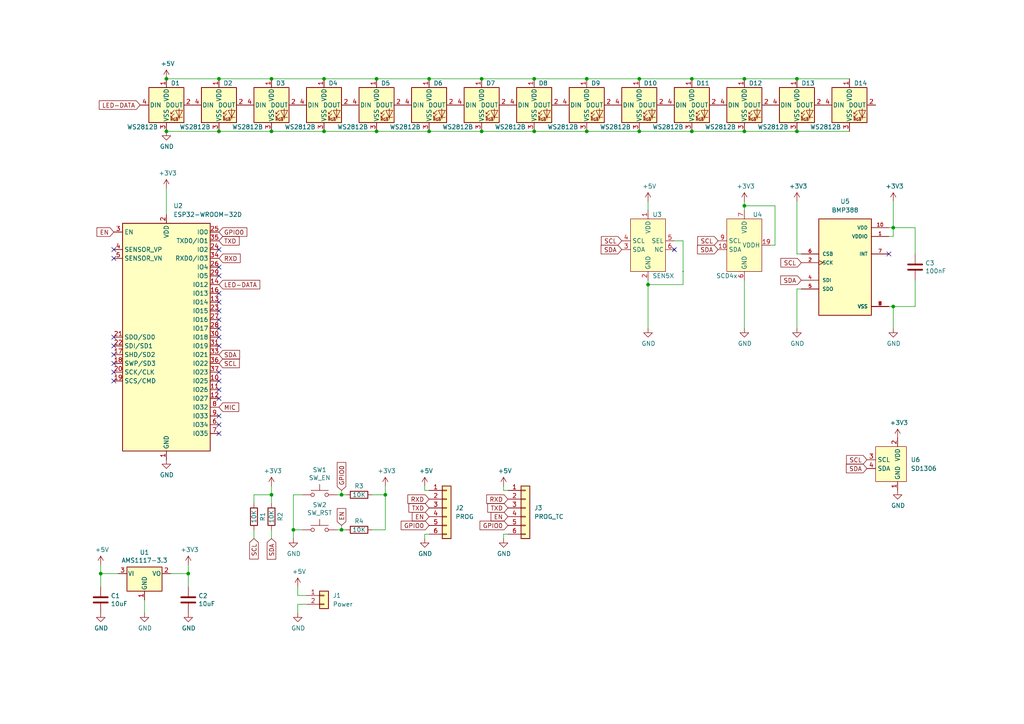
<source format=kicad_sch>
(kicad_sch (version 20211123) (generator eeschema)
  (paper "A4")
  (lib_symbols
    (symbol "BMP388:BMP388" (pin_names (offset 1.016))
      (property "Reference" "U" (at -7.62 15.2654 0))
      (property "Value" "BMP388" (at -7.62 -15.2654 0))
      (symbol "BMP388_0_0"
        (rectangle (start -7.62 -12.7) (end 7.62 15.24) (stroke (width 0.254)) (fill (type background)))
        (pin power_in line (at 12.7 10.16 180) (length 5.08) (name "VDDIO") (number "1"))
        (pin power_in line (at 12.7 12.7 180) (length 5.08) (name "VDD") (number "10"))
        (pin input clock (at -12.7 2.54 0) (length 5.08) (name "SCK") (number "2"))
        (pin power_in line (at 12.7 -10.16 180) (length 5.08) (name "VSS") (number "3"))
        (pin bidirectional line (at -12.7 -2.54 0) (length 5.08) (name "SDI") (number "4"))
        (pin bidirectional line (at -12.7 -5.08 0) (length 5.08) (name "SDO") (number "5"))
        (pin input line (at -12.7 5.08 0) (length 5.08) (name "CSB") (number "6"))
        (pin output line (at 12.7 5.08 180) (length 5.08) (name "INT") (number "7"))
        (pin power_in line (at 12.7 -10.16 180) (length 5.08) (name "VSS") (number "8"))
        (pin power_in line (at 12.7 -10.16 180) (length 5.08) (name "VSS") (number "9"))
      )
    )
    (symbol "Connector_Generic:Conn_01x02" (pin_names (offset 1.016) hide)
      (property "Reference" "J" (at 0 2.54 0))
      (property "Value" "Conn_01x02" (at 0 -5.08 0))
      (symbol "Conn_01x02_1_1"
        (rectangle (start -1.27 -2.413) (end 0 -2.667) (stroke (width 0.1524)))
        (rectangle (start -1.27 0.127) (end 0 -0.127) (stroke (width 0.1524)))
        (rectangle (start -1.27 1.27) (end 1.27 -3.81) (stroke (width 0.254)) (fill (type background)))
        (pin passive line (at -5.08 0 0) (length 3.81) (name "Pin_1") (number "1"))
        (pin passive line (at -5.08 -2.54 0) (length 3.81) (name "Pin_2") (number "2"))
      )
    )
    (symbol "Connector_Generic:Conn_01x06" (pin_names (offset 1.016) hide)
      (property "Reference" "J" (at 0 7.62 0))
      (property "Value" "Conn_01x06" (at 0 -10.16 0))
      (symbol "Conn_01x06_1_1"
        (rectangle (start -1.27 -7.493) (end 0 -7.747) (stroke (width 0.1524)))
        (rectangle (start -1.27 -4.953) (end 0 -5.207) (stroke (width 0.1524)))
        (rectangle (start -1.27 -2.413) (end 0 -2.667) (stroke (width 0.1524)))
        (rectangle (start -1.27 0.127) (end 0 -0.127) (stroke (width 0.1524)))
        (rectangle (start -1.27 2.667) (end 0 2.413) (stroke (width 0.1524)))
        (rectangle (start -1.27 5.207) (end 0 4.953) (stroke (width 0.1524)))
        (rectangle (start -1.27 6.35) (end 1.27 -8.89) (stroke (width 0.254)) (fill (type background)))
        (pin passive line (at -5.08 5.08 0) (length 3.81) (name "Pin_1") (number "1"))
        (pin passive line (at -5.08 2.54 0) (length 3.81) (name "Pin_2") (number "2"))
        (pin passive line (at -5.08 0 0) (length 3.81) (name "Pin_3") (number "3"))
        (pin passive line (at -5.08 -2.54 0) (length 3.81) (name "Pin_4") (number "4"))
        (pin passive line (at -5.08 -5.08 0) (length 3.81) (name "Pin_5") (number "5"))
        (pin passive line (at -5.08 -7.62 0) (length 3.81) (name "Pin_6") (number "6"))
      )
    )
    (symbol "Device:C" (pin_numbers hide) (pin_names (offset 0.254))
      (property "Reference" "C" (at 0.635 2.54 0))
      (property "Value" "C" (at 0.635 -2.54 0))
      (symbol "C_0_1"
        (polyline (pts (xy -2.032 -0.762) (xy 2.032 -0.762)) (stroke (width 0.508)))
        (polyline (pts (xy -2.032 0.762) (xy 2.032 0.762)) (stroke (width 0.508)))
      )
      (symbol "C_1_1"
        (pin passive line (at 0 3.81 270) (length 2.794) (name "~") (number "1"))
        (pin passive line (at 0 -3.81 90) (length 2.794) (name "~") (number "2"))
      )
    )
    (symbol "Device:R" (pin_numbers hide) (pin_names (offset 0))
      (property "Reference" "R" (at 2.032 0 90))
      (property "Value" "R" (at 0 0 90))
      (symbol "R_0_1"
        (rectangle (start -1.016 -2.54) (end 1.016 2.54) (stroke (width 0.254)))
      )
      (symbol "R_1_1"
        (pin passive line (at 0 3.81 270) (length 1.27) (name "~") (number "1"))
        (pin passive line (at 0 -3.81 90) (length 1.27) (name "~") (number "2"))
      )
    )
    (symbol "LED:WS2812B" (pin_names (offset 0.254))
      (property "Reference" "D" (at 5.08 5.715 0))
      (property "Value" "WS2812B" (at 1.27 -5.715 0))
      (symbol "WS2812B_0_0"
        (text "RGB" (at 2.286 -4.191 0) (effects (font (size 0.762 0.762))))
      )
      (symbol "WS2812B_0_1"
        (polyline (pts (xy 1.27 -3.556) (xy 1.778 -3.556)))
        (polyline (pts (xy 1.27 -2.54) (xy 1.778 -2.54)))
        (polyline (pts (xy 4.699 -3.556) (xy 2.667 -3.556)))
        (polyline (pts (xy 2.286 -2.54) (xy 1.27 -3.556) (xy 1.27 -3.048)))
        (polyline (pts (xy 2.286 -1.524) (xy 1.27 -2.54) (xy 1.27 -2.032)))
        (polyline (pts (xy 3.683 -1.016) (xy 3.683 -3.556) (xy 3.683 -4.064)))
        (polyline (pts (xy 4.699 -1.524) (xy 2.667 -1.524) (xy 3.683 -3.556) (xy 4.699 -1.524)))
        (rectangle (start 5.08 5.08) (end -5.08 -5.08) (stroke (width 0.254)) (fill (type background)))
      )
      (symbol "WS2812B_1_1"
        (pin power_in line (at 0 7.62 270) (length 2.54) (name "VDD") (number "1"))
        (pin output line (at 7.62 0 180) (length 2.54) (name "DOUT") (number "2"))
        (pin power_in line (at 0 -7.62 90) (length 2.54) (name "VSS") (number "3"))
        (pin input line (at -7.62 0 0) (length 2.54) (name "DIN") (number "4"))
      )
    )
    (symbol "RF_Module:ESP32-WROOM-32D"
      (property "Reference" "U" (at -12.7 34.29 0))
      (property "Value" "ESP32-WROOM-32D" (at 1.27 34.29 0))
      (symbol "ESP32-WROOM-32D_0_1"
        (rectangle (start -12.7 33.02) (end 12.7 -33.02) (stroke (width 0.254)) (fill (type background)))
      )
      (symbol "ESP32-WROOM-32D_1_1"
        (pin power_in line (at 0 -35.56 90) (length 2.54) (name "GND") (number "1"))
        (pin bidirectional line (at 15.24 -12.7 180) (length 2.54) (name "IO25") (number "10"))
        (pin bidirectional line (at 15.24 -15.24 180) (length 2.54) (name "IO26") (number "11"))
        (pin bidirectional line (at 15.24 -17.78 180) (length 2.54) (name "IO27") (number "12"))
        (pin bidirectional line (at 15.24 10.16 180) (length 2.54) (name "IO14") (number "13"))
        (pin bidirectional line (at 15.24 15.24 180) (length 2.54) (name "IO12") (number "14"))
        (pin passive line (at 0 -35.56 90) (length 2.54) hide (name "GND") (number "15"))
        (pin bidirectional line (at 15.24 12.7 180) (length 2.54) (name "IO13") (number "16"))
        (pin bidirectional line (at -15.24 -5.08 0) (length 2.54) (name "SHD/SD2") (number "17"))
        (pin bidirectional line (at -15.24 -7.62 0) (length 2.54) (name "SWP/SD3") (number "18"))
        (pin bidirectional line (at -15.24 -12.7 0) (length 2.54) (name "SCS/CMD") (number "19"))
        (pin power_in line (at 0 35.56 270) (length 2.54) (name "VDD") (number "2"))
        (pin bidirectional line (at -15.24 -10.16 0) (length 2.54) (name "SCK/CLK") (number "20"))
        (pin bidirectional line (at -15.24 0 0) (length 2.54) (name "SDO/SD0") (number "21"))
        (pin bidirectional line (at -15.24 -2.54 0) (length 2.54) (name "SDI/SD1") (number "22"))
        (pin bidirectional line (at 15.24 7.62 180) (length 2.54) (name "IO15") (number "23"))
        (pin bidirectional line (at 15.24 25.4 180) (length 2.54) (name "IO2") (number "24"))
        (pin bidirectional line (at 15.24 30.48 180) (length 2.54) (name "IO0") (number "25"))
        (pin bidirectional line (at 15.24 20.32 180) (length 2.54) (name "IO4") (number "26"))
        (pin bidirectional line (at 15.24 5.08 180) (length 2.54) (name "IO16") (number "27"))
        (pin bidirectional line (at 15.24 2.54 180) (length 2.54) (name "IO17") (number "28"))
        (pin bidirectional line (at 15.24 17.78 180) (length 2.54) (name "IO5") (number "29"))
        (pin input line (at -15.24 30.48 0) (length 2.54) (name "EN") (number "3"))
        (pin bidirectional line (at 15.24 0 180) (length 2.54) (name "IO18") (number "30"))
        (pin bidirectional line (at 15.24 -2.54 180) (length 2.54) (name "IO19") (number "31"))
        (pin no_connect line (at -12.7 -27.94 0) (length 2.54) hide (name "NC") (number "32"))
        (pin bidirectional line (at 15.24 -5.08 180) (length 2.54) (name "IO21") (number "33"))
        (pin bidirectional line (at 15.24 22.86 180) (length 2.54) (name "RXD0/IO3") (number "34"))
        (pin bidirectional line (at 15.24 27.94 180) (length 2.54) (name "TXD0/IO1") (number "35"))
        (pin bidirectional line (at 15.24 -7.62 180) (length 2.54) (name "IO22") (number "36"))
        (pin bidirectional line (at 15.24 -10.16 180) (length 2.54) (name "IO23") (number "37"))
        (pin passive line (at 0 -35.56 90) (length 2.54) hide (name "GND") (number "38"))
        (pin passive line (at 0 -35.56 90) (length 2.54) hide (name "GND") (number "39"))
        (pin input line (at -15.24 25.4 0) (length 2.54) (name "SENSOR_VP") (number "4"))
        (pin input line (at -15.24 22.86 0) (length 2.54) (name "SENSOR_VN") (number "5"))
        (pin input line (at 15.24 -25.4 180) (length 2.54) (name "IO34") (number "6"))
        (pin input line (at 15.24 -27.94 180) (length 2.54) (name "IO35") (number "7"))
        (pin bidirectional line (at 15.24 -20.32 180) (length 2.54) (name "IO32") (number "8"))
        (pin bidirectional line (at 15.24 -22.86 180) (length 2.54) (name "IO33") (number "9"))
      )
    )
    (symbol "Regulator_Linear:AMS1117-3.3" (pin_names (offset 0.254))
      (property "Reference" "U" (at -3.81 3.175 0))
      (property "Value" "AMS1117-3.3" (at 0 3.175 0))
      (symbol "AMS1117-3.3_0_1"
        (rectangle (start -5.08 -5.08) (end 5.08 1.905) (stroke (width 0.254)) (fill (type background)))
      )
      (symbol "AMS1117-3.3_1_1"
        (pin power_in line (at 0 -7.62 90) (length 2.54) (name "GND") (number "1"))
        (pin power_out line (at 7.62 0 180) (length 2.54) (name "VO") (number "2"))
        (pin power_in line (at -7.62 0 0) (length 2.54) (name "VI") (number "3"))
      )
    )
    (symbol "Switch:SW_Push" (pin_numbers hide) (pin_names (offset 1.016) hide)
      (property "Reference" "SW" (at 1.27 2.54 0))
      (property "Value" "SW_Push" (at 0 -1.524 0))
      (symbol "SW_Push_0_1"
        (circle (center -2.032 0) (radius 0.508))
        (polyline (pts (xy 0 1.27) (xy 0 3.048)))
        (polyline (pts (xy 2.54 1.27) (xy -2.54 1.27)))
        (circle (center 2.032 0) (radius 0.508))
        (pin passive line (at -5.08 0 0) (length 2.54) (name "1") (number "1"))
        (pin passive line (at 5.08 0 180) (length 2.54) (name "2") (number "2"))
      )
    )
    (symbol "custom:SCD4x"
      (property "Reference" "U" (at 5.08 10.16 0))
      (property "Value" "SCD4x" (at -5.08 -8.89 0))
      (symbol "SCD4x_0_1"
        (rectangle (start -5.08 7.62) (end 5.08 -7.62) (fill (type background)))
      )
      (symbol "SCD4x_1_1"
        (pin input line (at -7.62 -1.27 0) (length 2.54) (name "SDA") (number "10"))
        (pin input line (at 7.62 0 180) (length 2.54) (name "VDDH") (number "19"))
        (pin input line (at 0 -10.16 90) (length 2.54) hide (name "GND") (number "20"))
        (pin input line (at 0 -10.16 90) (length 2.54) hide (name "GND") (number "21"))
        (pin input line (at 0 -10.16 90) (length 2.54) (name "GND") (number "6"))
        (pin input line (at 0 10.16 270) (length 2.54) (name "VDD") (number "7"))
        (pin input line (at -7.62 1.27 0) (length 2.54) (name "SCL") (number "9"))
      )
    )
    (symbol "custom:SD1306"
      (property "Reference" "U" (at 0 6.35 0))
      (property "Value" "SD1306" (at 0 -6.35 0))
      (symbol "SD1306_0_1"
        (rectangle (start 0 -5.08) (end 8.89 5.08) (fill (type background)))
      )
      (symbol "SD1306_1_1"
        (pin input line (at 6.35 -7.62 90) (length 2.54) (name "GND") (number "1"))
        (pin input line (at 6.35 7.62 270) (length 2.54) (name "VDD") (number "2"))
        (pin input line (at -2.54 1.27 0) (length 2.54) (name "SCL") (number "3"))
        (pin input line (at -2.54 -1.27 0) (length 2.54) (name "SDA") (number "4"))
      )
    )
    (symbol "custom:SEN5X"
      (property "Reference" "U" (at 2.54 8.89 0))
      (property "Value" "SEN5X" (at 3.81 -8.89 0))
      (symbol "SEN5X_0_1"
        (rectangle (start -5.08 7.62) (end 5.08 -7.62) (fill (type background)))
        (rectangle (start 10.16 -7.62) (end 10.16 -7.62))
        (rectangle (start 10.16 -7.62) (end 10.16 -7.62))
        (rectangle (start 10.16 -7.62) (end 10.16 -7.62))
        (rectangle (start 10.16 -7.62) (end 10.16 -7.62))
        (rectangle (start 10.16 -7.62) (end 10.16 -7.62))
        (rectangle (start 10.16 -7.62) (end 10.16 -7.62))
        (rectangle (start 10.16 -7.62) (end 10.16 -7.62))
        (rectangle (start 10.16 -7.62) (end 10.16 -7.62))
        (rectangle (start 10.16 -7.62) (end 10.16 -7.62))
        (rectangle (start 10.16 -7.62) (end 10.16 -7.62))
        (rectangle (start 10.16 -7.62) (end 10.16 -7.62))
        (rectangle (start 10.16 -7.62) (end 10.16 -7.62))
      )
      (symbol "SEN5X_1_1"
        (pin input line (at 0 10.16 270) (length 2.54) (name "VDD") (number "1"))
        (pin input line (at 0 -10.16 90) (length 2.54) (name "GND") (number "2"))
        (pin input line (at -7.62 -1.27 0) (length 2.54) (name "SDA") (number "3"))
        (pin input line (at -7.62 1.27 0) (length 2.54) (name "SCL") (number "4"))
        (pin input line (at 7.62 1.27 180) (length 2.54) (name "SEL") (number "5"))
        (pin no_connect line (at 7.62 -1.27 180) (length 2.54) (name "NC") (number "6"))
      )
    )
    (symbol "power:+3.3V" (power) (pin_names (offset 0))
      (property "Value" "+3.3V" (at 0 3.556 0))
      (symbol "+3.3V_0_1"
        (polyline (pts (xy -0.762 1.27) (xy 0 2.54)))
        (polyline (pts (xy 0 0) (xy 0 2.54)))
        (polyline (pts (xy 0 2.54) (xy 0.762 1.27)))
      )
      (symbol "+3.3V_1_1"
        (pin power_in line (at 0 0 90) (length 0) hide (name "+3V3") (number "1"))
      )
    )
    (symbol "power:+5V" (power) (pin_names (offset 0))
      (property "Value" "+5V" (at 0 3.556 0))
      (symbol "+5V_0_1"
        (polyline (pts (xy -0.762 1.27) (xy 0 2.54)))
        (polyline (pts (xy 0 0) (xy 0 2.54)))
        (polyline (pts (xy 0 2.54) (xy 0.762 1.27)))
      )
      (symbol "+5V_1_1"
        (pin power_in line (at 0 0 90) (length 0) hide (name "+5V") (number "1"))
      )
    )
    (symbol "power:GND" (power) (pin_names (offset 0))
      (property "Value" "GND" (at 0 -3.81 0))
      (symbol "GND_0_1"
        (polyline (pts (xy 0 0) (xy 0 -1.27) (xy 1.27 -1.27) (xy 0 -2.54) (xy -1.27 -1.27) (xy 0 -1.27)))
      )
      (symbol "GND_1_1"
        (pin power_in line (at 0 0 270) (length 0) hide (name "GND") (number "1"))
      )
    )
  )
  (junction (at 154.94 22.86))
  (junction (at 154.94 38.1))
  (junction (at 78.74 38.1))
  (junction (at 215.9 38.1))
  (junction (at 259.08 66.04))
  (junction (at 187.96 82.55))
  (junction (at 29.21 166.37))
  (junction (at 170.18 22.86))
  (junction (at 231.14 22.86))
  (junction (at 85.09 153.67))
  (junction (at 259.08 88.9))
  (junction (at 200.66 22.86))
  (junction (at 215.9 22.86))
  (junction (at 48.26 22.86))
  (junction (at 185.42 38.1))
  (junction (at 54.61 166.37))
  (junction (at 139.7 38.1))
  (junction (at 48.26 38.1))
  (junction (at 231.14 38.1))
  (junction (at 109.22 38.1))
  (junction (at 109.22 22.86))
  (junction (at 99.06 153.67))
  (junction (at 63.5 38.1))
  (junction (at 78.74 143.51))
  (junction (at 170.18 38.1))
  (junction (at 124.46 22.86))
  (junction (at 124.46 38.1))
  (junction (at 99.06 143.51))
  (junction (at 93.98 38.1))
  (junction (at 200.66 38.1))
  (junction (at 93.98 22.86))
  (junction (at 78.74 22.86))
  (junction (at 63.5 22.86))
  (junction (at 185.42 22.86))
  (junction (at 139.7 22.86))
  (junction (at 111.76 143.51))
  (junction (at 215.9 59.69))
  (no_connect (at 63.5 72.39))
  (no_connect (at 63.5 80.01))
  (no_connect (at 63.5 77.47))
  (no_connect (at 63.5 113.03))
  (no_connect (at 63.5 110.49))
  (no_connect (at 63.5 107.95))
  (no_connect (at 33.02 72.39))
  (no_connect (at 33.02 74.93))
  (no_connect (at 33.02 97.79))
  (no_connect (at 33.02 100.33))
  (no_connect (at 33.02 102.87))
  (no_connect (at 33.02 105.41))
  (no_connect (at 33.02 107.95))
  (no_connect (at 33.02 110.49))
  (no_connect (at 63.5 87.63))
  (no_connect (at 63.5 85.09))
  (no_connect (at 63.5 125.73))
  (no_connect (at 63.5 123.19))
  (no_connect (at 63.5 120.65))
  (no_connect (at 63.5 115.57))
  (no_connect (at 63.5 100.33))
  (no_connect (at 63.5 97.79))
  (no_connect (at 63.5 95.25))
  (no_connect (at 63.5 92.71))
  (no_connect (at 63.5 90.17))
  (no_connect (at 257.81 73.66))
  (no_connect (at 195.58 72.39))
  (wire (pts (xy 265.43 66.04) (xy 259.08 66.04)))
  (wire (pts (xy 265.43 73.66) (xy 265.43 66.04)))
  (wire (pts (xy 78.74 146.05) (xy 78.74 143.51)))
  (wire (pts (xy 231.14 95.25) (xy 231.14 83.82)))
  (wire (pts (xy 86.36 175.26) (xy 88.9 175.26)))
  (wire (pts (xy 54.61 163.83) (xy 54.61 166.37)))
  (wire (pts (xy 111.76 153.67) (xy 111.76 143.51)))
  (wire (pts (xy 259.08 88.9) (xy 259.08 95.25)))
  (wire (pts (xy 29.21 170.18) (xy 29.21 166.37)))
  (wire (pts (xy 198.12 69.85) (xy 198.12 82.55)))
  (wire (pts (xy 99.06 143.51) (xy 100.33 143.51)))
  (wire (pts (xy 215.9 58.42) (xy 215.9 59.69)))
  (wire (pts (xy 88.9 172.72) (xy 86.36 172.72)))
  (wire (pts (xy 231.14 58.42) (xy 231.14 73.66)))
  (wire (pts (xy 123.19 154.94) (xy 124.46 154.94)))
  (wire (pts (xy 215.9 81.28) (xy 215.9 95.25)))
  (wire (pts (xy 41.91 173.99) (xy 41.91 177.8)))
  (wire (pts (xy 146.05 154.94) (xy 147.32 154.94)))
  (wire (pts (xy 78.74 156.21) (xy 78.74 153.67)))
  (wire (pts (xy 154.94 22.86) (xy 170.18 22.86)))
  (wire (pts (xy 124.46 142.24) (xy 123.19 142.24)))
  (wire (pts (xy 54.61 170.18) (xy 54.61 166.37)))
  (wire (pts (xy 85.09 153.67) (xy 87.63 153.67)))
  (wire (pts (xy 257.81 66.04) (xy 259.08 66.04)))
  (wire (pts (xy 97.79 153.67) (xy 99.06 153.67)))
  (wire (pts (xy 48.26 22.86) (xy 63.5 22.86)))
  (wire (pts (xy 223.52 71.12) (xy 224.79 71.12)))
  (wire (pts (xy 78.74 22.86) (xy 93.98 22.86)))
  (wire (pts (xy 29.21 166.37) (xy 34.29 166.37)))
  (wire (pts (xy 97.79 143.51) (xy 99.06 143.51)))
  (wire (pts (xy 78.74 143.51) (xy 78.74 140.97)))
  (wire (pts (xy 154.94 38.1) (xy 170.18 38.1)))
  (wire (pts (xy 109.22 22.86) (xy 124.46 22.86)))
  (wire (pts (xy 63.5 38.1) (xy 78.74 38.1)))
  (wire (pts (xy 198.12 82.55) (xy 187.96 82.55)))
  (wire (pts (xy 231.14 73.66) (xy 232.41 73.66)))
  (wire (pts (xy 259.08 58.42) (xy 259.08 66.04)))
  (wire (pts (xy 123.19 142.24) (xy 123.19 140.97)))
  (wire (pts (xy 85.09 156.21) (xy 85.09 153.67)))
  (wire (pts (xy 224.79 71.12) (xy 224.79 59.69)))
  (wire (pts (xy 231.14 83.82) (xy 232.41 83.82)))
  (wire (pts (xy 93.98 38.1) (xy 109.22 38.1)))
  (wire (pts (xy 48.26 38.1) (xy 63.5 38.1)))
  (wire (pts (xy 195.58 69.85) (xy 198.12 69.85)))
  (wire (pts (xy 231.14 22.86) (xy 246.38 22.86)))
  (wire (pts (xy 49.53 166.37) (xy 54.61 166.37)))
  (wire (pts (xy 170.18 38.1) (xy 185.42 38.1)))
  (wire (pts (xy 86.36 172.72) (xy 86.36 170.18)))
  (wire (pts (xy 63.5 22.86) (xy 78.74 22.86)))
  (wire (pts (xy 107.95 143.51) (xy 111.76 143.51)))
  (wire (pts (xy 111.76 143.51) (xy 111.76 140.97)))
  (wire (pts (xy 99.06 152.4) (xy 99.06 153.67)))
  (wire (pts (xy 73.66 156.21) (xy 73.66 153.67)))
  (wire (pts (xy 139.7 22.86) (xy 154.94 22.86)))
  (wire (pts (xy 139.7 38.1) (xy 154.94 38.1)))
  (wire (pts (xy 123.19 156.21) (xy 123.19 154.94)))
  (wire (pts (xy 86.36 177.8) (xy 86.36 175.26)))
  (wire (pts (xy 124.46 38.1) (xy 139.7 38.1)))
  (wire (pts (xy 99.06 153.67) (xy 100.33 153.67)))
  (wire (pts (xy 73.66 143.51) (xy 78.74 143.51)))
  (wire (pts (xy 187.96 81.28) (xy 187.96 82.55)))
  (wire (pts (xy 257.81 68.58) (xy 259.08 68.58)))
  (wire (pts (xy 231.14 38.1) (xy 246.38 38.1)))
  (wire (pts (xy 146.05 156.21) (xy 146.05 154.94)))
  (wire (pts (xy 109.22 38.1) (xy 124.46 38.1)))
  (wire (pts (xy 215.9 22.86) (xy 231.14 22.86)))
  (wire (pts (xy 170.18 22.86) (xy 185.42 22.86)))
  (wire (pts (xy 93.98 22.86) (xy 109.22 22.86)))
  (wire (pts (xy 48.26 62.23) (xy 48.26 54.61)))
  (wire (pts (xy 29.21 166.37) (xy 29.21 163.83)))
  (wire (pts (xy 187.96 82.55) (xy 187.96 95.25)))
  (wire (pts (xy 259.08 68.58) (xy 259.08 66.04)))
  (wire (pts (xy 87.63 143.51) (xy 85.09 143.51)))
  (wire (pts (xy 265.43 81.28) (xy 265.43 88.9)))
  (wire (pts (xy 200.66 22.86) (xy 215.9 22.86)))
  (wire (pts (xy 187.96 58.42) (xy 187.96 60.96)))
  (wire (pts (xy 265.43 88.9) (xy 259.08 88.9)))
  (wire (pts (xy 200.66 38.1) (xy 215.9 38.1)))
  (wire (pts (xy 99.06 142.24) (xy 99.06 143.51)))
  (wire (pts (xy 78.74 38.1) (xy 93.98 38.1)))
  (wire (pts (xy 107.95 153.67) (xy 111.76 153.67)))
  (wire (pts (xy 147.32 142.24) (xy 146.05 142.24)))
  (wire (pts (xy 257.81 88.9) (xy 259.08 88.9)))
  (wire (pts (xy 73.66 146.05) (xy 73.66 143.51)))
  (wire (pts (xy 185.42 38.1) (xy 200.66 38.1)))
  (wire (pts (xy 215.9 38.1) (xy 231.14 38.1)))
  (wire (pts (xy 124.46 22.86) (xy 139.7 22.86)))
  (wire (pts (xy 215.9 59.69) (xy 215.9 60.96)))
  (wire (pts (xy 185.42 22.86) (xy 200.66 22.86)))
  (wire (pts (xy 224.79 59.69) (xy 215.9 59.69)))
  (wire (pts (xy 146.05 142.24) (xy 146.05 140.97)))
  (wire (pts (xy 85.09 143.51) (xy 85.09 153.67)))
  (global_label "SCL" (shape input) (at 180.34 69.85 180) (property "Intersheet References" "${INTERSHEET_REFS}" (effects hide)))
  (global_label "EN" (shape input) (at 124.46 149.86 180) (property "Intersheet References" "${INTERSHEET_REFS}" (effects hide)))
  (global_label "RXD" (shape input) (at 63.5 74.93 0) (property "Intersheet References" "${INTERSHEET_REFS}" (effects hide)))
  (global_label "SCL" (shape input) (at 251.46 133.35 180) (property "Intersheet References" "${INTERSHEET_REFS}" (effects hide)))
  (global_label "GPIO0" (shape input) (at 147.32 152.4 180) (property "Intersheet References" "${INTERSHEET_REFS}" (effects hide)))
  (global_label "SDA" (shape input) (at 78.74 156.21 270) (property "Intersheet References" "${INTERSHEET_REFS}" (effects hide)))
  (global_label "SCL" (shape input) (at 73.66 156.21 270) (property "Intersheet References" "${INTERSHEET_REFS}" (effects hide)))
  (global_label "SDA" (shape input) (at 251.46 135.89 180) (property "Intersheet References" "${INTERSHEET_REFS}" (effects hide)))
  (global_label "RXD" (shape input) (at 124.46 144.78 180) (property "Intersheet References" "${INTERSHEET_REFS}" (effects hide)))
  (global_label "TXD" (shape input) (at 124.46 147.32 180) (property "Intersheet References" "${INTERSHEET_REFS}" (effects hide)))
  (global_label "SDA" (shape input) (at 208.28 72.39 180) (property "Intersheet References" "${INTERSHEET_REFS}" (effects hide)))
  (global_label "GPIO0" (shape input) (at 63.5 67.31 0) (property "Intersheet References" "${INTERSHEET_REFS}" (effects hide)))
  (global_label "TXD" (shape input) (at 147.32 147.32 180) (property "Intersheet References" "${INTERSHEET_REFS}" (effects hide)))
  (global_label "SCL" (shape input) (at 63.5 105.41 0) (property "Intersheet References" "${INTERSHEET_REFS}" (effects hide)))
  (global_label "SCL" (shape input) (at 232.41 76.2 180) (property "Intersheet References" "${INTERSHEET_REFS}" (effects hide)))
  (global_label "EN" (shape input) (at 147.32 149.86 180) (property "Intersheet References" "${INTERSHEET_REFS}" (effects hide)))
  (global_label "MIC" (shape input) (at 63.5 118.11 0) (property "Intersheet References" "${INTERSHEET_REFS}" (effects hide)))
  (global_label "LED-DATA" (shape input) (at 63.5 82.55 0) (property "Intersheet References" "${INTERSHEET_REFS}" (effects hide)))
  (global_label "SDA" (shape input) (at 63.5 102.87 0) (property "Intersheet References" "${INTERSHEET_REFS}" (effects hide)))
  (global_label "SDA" (shape input) (at 232.41 81.28 180) (property "Intersheet References" "${INTERSHEET_REFS}" (effects hide)))
  (global_label "TXD" (shape input) (at 63.5 69.85 0) (property "Intersheet References" "${INTERSHEET_REFS}" (effects hide)))
  (global_label "GPIO0" (shape input) (at 99.06 142.24 90) (property "Intersheet References" "${INTERSHEET_REFS}" (effects hide)))
  (global_label "EN" (shape input) (at 33.02 67.31 180) (property "Intersheet References" "${INTERSHEET_REFS}" (effects hide)))
  (global_label "LED-DATA" (shape input) (at 40.64 30.48 180) (property "Intersheet References" "${INTERSHEET_REFS}" (effects hide)))
  (global_label "EN" (shape input) (at 99.06 152.4 90) (property "Intersheet References" "${INTERSHEET_REFS}" (effects hide)))
  (global_label "SCL" (shape input) (at 208.28 69.85 180) (property "Intersheet References" "${INTERSHEET_REFS}" (effects hide)))
  (global_label "SDA" (shape input) (at 180.34 72.39 180) (property "Intersheet References" "${INTERSHEET_REFS}" (effects hide)))
  (global_label "RXD" (shape input) (at 147.32 144.78 180) (property "Intersheet References" "${INTERSHEET_REFS}" (effects hide)))
  (global_label "GPIO0" (shape input) (at 124.46 152.4 180) (property "Intersheet References" "${INTERSHEET_REFS}" (effects hide)))
  (symbol (lib_id "LED:WS2812B") (at 48.26 30.48 0) (unit 1)
    (property "Reference" "D1" (at 49.53 24.13 0) (effects (justify left)))
    (property "Value" "WS2812B" (at 36.83 36.83 0) (effects (justify left)))
    (property "Footprint" "LED_SMD:LED_WS2812B_PLCC4_5.0x5.0mm_P3.2mm" (effects hide))
    (property "Datasheet" "https://cdn-shop.adafruit.com/datasheets/WS2812B.pdf" (effects hide))
    (property "JLC" "SMD,5x5mm" (effects hide))
    (property "LCSC" "C2761795" (effects hide))
  )
  (symbol (lib_id "LED:WS2812B") (at 63.5 30.48 0) (unit 1)
    (property "Reference" "D2" (at 64.77 24.13 0) (effects (justify left)))
    (property "Value" "WS2812B" (at 52.07 36.83 0) (effects (justify left)))
    (property "Footprint" "LED_SMD:LED_WS2812B_PLCC4_5.0x5.0mm_P3.2mm" (effects hide))
    (property "Datasheet" "https://cdn-shop.adafruit.com/datasheets/WS2812B.pdf" (effects hide))
    (property "JLC" "SMD,5x5mm" (effects hide))
    (property "LCSC" "C2761795" (effects hide))
  )
  (symbol (lib_id "LED:WS2812B") (at 78.74 30.48 0) (unit 1)
    (property "Reference" "D3" (at 80.01 24.13 0) (effects (justify left)))
    (property "Value" "WS2812B" (at 67.31 36.83 0) (effects (justify left)))
    (property "Footprint" "LED_SMD:LED_WS2812B_PLCC4_5.0x5.0mm_P3.2mm" (effects hide))
    (property "Datasheet" "https://cdn-shop.adafruit.com/datasheets/WS2812B.pdf" (effects hide))
    (property "JLC" "SMD,5x5mm" (effects hide))
    (property "LCSC" "C2761795" (effects hide))
  )
  (symbol (lib_id "LED:WS2812B") (at 93.98 30.48 0) (unit 1)
    (property "Reference" "D4" (at 95.25 24.13 0) (effects (justify left)))
    (property "Value" "WS2812B" (at 82.55 36.83 0) (effects (justify left)))
    (property "Footprint" "LED_SMD:LED_WS2812B_PLCC4_5.0x5.0mm_P3.2mm" (effects hide))
    (property "Datasheet" "https://cdn-shop.adafruit.com/datasheets/WS2812B.pdf" (effects hide))
    (property "JLC" "SMD,5x5mm" (effects hide))
    (property "LCSC" "C2761795" (effects hide))
  )
  (symbol (lib_id "LED:WS2812B") (at 109.22 30.48 0) (unit 1)
    (property "Reference" "D5" (at 110.49 24.13 0) (effects (justify left)))
    (property "Value" "WS2812B" (at 97.79 36.83 0) (effects (justify left)))
    (property "Footprint" "LED_SMD:LED_WS2812B_PLCC4_5.0x5.0mm_P3.2mm" (effects hide))
    (property "Datasheet" "https://cdn-shop.adafruit.com/datasheets/WS2812B.pdf" (effects hide))
    (property "JLC" "SMD,5x5mm" (effects hide))
    (property "LCSC" "C2761795" (effects hide))
  )
  (symbol (lib_id "LED:WS2812B") (at 124.46 30.48 0) (unit 1)
    (property "Reference" "D6" (at 125.73 24.13 0) (effects (justify left)))
    (property "Value" "WS2812B" (at 113.03 36.83 0) (effects (justify left)))
    (property "Footprint" "LED_SMD:LED_WS2812B_PLCC4_5.0x5.0mm_P3.2mm" (effects hide))
    (property "Datasheet" "https://cdn-shop.adafruit.com/datasheets/WS2812B.pdf" (effects hide))
    (property "JLC" "SMD,5x5mm" (effects hide))
    (property "LCSC" "C2761795" (effects hide))
  )
  (symbol (lib_id "LED:WS2812B") (at 139.7 30.48 0) (unit 1)
    (property "Reference" "D7" (at 140.97 24.13 0) (effects (justify left)))
    (property "Value" "WS2812B" (at 128.27 36.83 0) (effects (justify left)))
    (property "Footprint" "LED_SMD:LED_WS2812B_PLCC4_5.0x5.0mm_P3.2mm" (effects hide))
    (property "Datasheet" "https://cdn-shop.adafruit.com/datasheets/WS2812B.pdf" (effects hide))
    (property "JLC" "SMD,5x5mm" (effects hide))
    (property "LCSC" "C2761795" (effects hide))
  )
  (symbol (lib_id "LED:WS2812B") (at 154.94 30.48 0) (unit 1)
    (property "Reference" "D8" (at 156.21 24.13 0) (effects (justify left)))
    (property "Value" "WS2812B" (at 143.51 36.83 0) (effects (justify left)))
    (property "Footprint" "LED_SMD:LED_WS2812B_PLCC4_5.0x5.0mm_P3.2mm" (effects hide))
    (property "Datasheet" "https://cdn-shop.adafruit.com/datasheets/WS2812B.pdf" (effects hide))
    (property "JLC" "SMD,5x5mm" (effects hide))
    (property "LCSC" "C2761795" (effects hide))
  )
  (symbol (lib_id "LED:WS2812B") (at 170.18 30.48 0) (unit 1)
    (property "Reference" "D9" (at 171.45 24.13 0) (effects (justify left)))
    (property "Value" "WS2812B" (at 158.75 36.83 0) (effects (justify left)))
    (property "Footprint" "LED_SMD:LED_WS2812B_PLCC4_5.0x5.0mm_P3.2mm" (effects hide))
    (property "Datasheet" "https://cdn-shop.adafruit.com/datasheets/WS2812B.pdf" (effects hide))
    (property "JLC" "SMD,5x5mm" (effects hide))
    (property "LCSC" "C2761795" (effects hide))
  )
  (symbol (lib_id "LED:WS2812B") (at 185.42 30.48 0) (unit 1)
    (property "Reference" "D10" (at 186.69 24.13 0) (effects (justify left)))
    (property "Value" "WS2812B" (at 173.99 36.83 0) (effects (justify left)))
    (property "Footprint" "LED_SMD:LED_WS2812B_PLCC4_5.0x5.0mm_P3.2mm" (effects hide))
    (property "Datasheet" "https://cdn-shop.adafruit.com/datasheets/WS2812B.pdf" (effects hide))
    (property "JLC" "SMD,5x5mm" (effects hide))
    (property "LCSC" "C2761795" (effects hide))
  )
  (symbol (lib_id "LED:WS2812B") (at 200.66 30.48 0) (unit 1)
    (property "Reference" "D11" (at 201.93 24.13 0) (effects (justify left)))
    (property "Value" "WS2812B" (at 189.23 36.83 0) (effects (justify left)))
    (property "Footprint" "LED_SMD:LED_WS2812B_PLCC4_5.0x5.0mm_P3.2mm" (effects hide))
    (property "Datasheet" "https://cdn-shop.adafruit.com/datasheets/WS2812B.pdf" (effects hide))
    (property "JLC" "SMD,5x5mm" (effects hide))
    (property "LCSC" "C2761795" (effects hide))
  )
  (symbol (lib_id "LED:WS2812B") (at 215.9 30.48 0) (unit 1)
    (property "Reference" "D12" (at 217.17 24.13 0) (effects (justify left)))
    (property "Value" "WS2812B" (at 204.47 36.83 0) (effects (justify left)))
    (property "Footprint" "LED_SMD:LED_WS2812B_PLCC4_5.0x5.0mm_P3.2mm" (effects hide))
    (property "Datasheet" "https://cdn-shop.adafruit.com/datasheets/WS2812B.pdf" (effects hide))
    (property "JLC" "SMD,5x5mm" (effects hide))
    (property "LCSC" "C2761795" (effects hide))
  )
  (symbol (lib_id "power:+5V") (at 48.26 22.86 0) (unit 1)
    (property "Reference" "#PWR04" (effects hide))
    (property "Value" "+5V" (at 48.641 18.4658 0))
  )
  (symbol (lib_id "power:GND") (at 48.26 38.1 0) (unit 1)
    (property "Reference" "#PWR05" (effects hide))
    (property "Value" "GND" (at 48.387 42.4942 0))
  )
  (symbol (lib_id "LED:WS2812B") (at 231.14 30.48 0) (unit 1)
    (property "Reference" "D13" (at 232.41 24.13 0) (effects (justify left)))
    (property "Value" "WS2812B" (at 219.71 36.83 0) (effects (justify left)))
    (property "Footprint" "LED_SMD:LED_WS2812B_PLCC4_5.0x5.0mm_P3.2mm" (effects hide))
    (property "Datasheet" "https://cdn-shop.adafruit.com/datasheets/WS2812B.pdf" (effects hide))
    (property "JLC" "SMD,5x5mm" (effects hide))
    (property "LCSC" "C2761795" (effects hide))
  )
  (symbol (lib_id "LED:WS2812B") (at 246.38 30.48 0) (unit 1)
    (property "Reference" "D14" (at 247.65 24.13 0) (effects (justify left)))
    (property "Value" "WS2812B" (at 234.95 36.83 0) (effects (justify left)))
    (property "Footprint" "LED_SMD:LED_WS2812B_PLCC4_5.0x5.0mm_P3.2mm" (effects hide))
    (property "Datasheet" "https://cdn-shop.adafruit.com/datasheets/WS2812B.pdf" (effects hide))
    (property "JLC" "SMD,5x5mm" (effects hide))
    (property "LCSC" "C2761795" (effects hide))
  )
  (symbol (lib_id "Switch:SW_Push") (at 92.71 143.51 0) (unit 1)
    (property "Reference" "SW1" (at 92.71 136.271 0))
    (property "Value" "SW_EN" (at 92.71 138.5824 0))
    (property "Footprint" "Button_Switch_SMD:SW_SPST_CK_RS282G05A3" (effects hide))
    (property "JLC" "KEY-SMD" (effects hide))
    (property "LCSC" "C319364" (effects hide))
  )
  (symbol (lib_id "Switch:SW_Push") (at 92.71 153.67 0) (unit 1)
    (property "Reference" "SW2" (at 92.71 146.431 0))
    (property "Value" "SW_RST" (at 92.71 148.7424 0))
    (property "Footprint" "Button_Switch_SMD:SW_SPST_CK_RS282G05A3" (effects hide))
    (property "JLC" "KEY-SMD" (effects hide))
    (property "LCSC" "C319364" (effects hide))
  )
  (symbol (lib_id "Device:R") (at 104.14 143.51 270) (unit 1)
    (property "Reference" "R3" (at 104.14 140.97 90))
    (property "Value" "10K" (at 104.14 143.51 90))
    (property "Footprint" "Capacitor_SMD:C_0805_2012Metric_Pad1.18x1.45mm_HandSolder" (effects hide))
    (property "JLC" "0805" (effects hide))
    (property "LCSC" "C17414" (effects hide))
  )
  (symbol (lib_id "Device:R") (at 104.14 153.67 270) (unit 1)
    (property "Reference" "R4" (at 104.14 151.13 90))
    (property "Value" "10K" (at 104.14 153.67 90))
    (property "Footprint" "Capacitor_SMD:C_0805_2012Metric_Pad1.18x1.45mm_HandSolder" (effects hide))
    (property "JLC" "0805" (effects hide))
    (property "LCSC" "C17414" (effects hide))
  )
  (symbol (lib_id "power:+3.3V") (at 111.76 140.97 0) (unit 1)
    (property "Reference" "#PWR014" (effects hide))
    (property "Value" "+3.3V" (at 112.141 136.5758 0))
  )
  (symbol (lib_id "Regulator_Linear:AMS1117-3.3") (at 41.91 166.37 0) (unit 1)
    (property "Reference" "U1" (at 41.91 160.2232 0))
    (property "Value" "AMS1117-3.3" (at 41.91 162.5346 0))
    (property "Footprint" "Package_TO_SOT_SMD:SOT-223-3_TabPin2" (effects hide))
    (property "Datasheet" "http://www.advanced-monolithic.com/pdf/ds1117.pdf" (effects hide))
    (property "JLC" "SOT-223" (effects hide))
    (property "LCSC" "C6186" (effects hide))
  )
  (symbol (lib_id "Device:C") (at 29.21 173.99 0) (unit 1)
    (property "Reference" "C1" (at 32.131 172.8216 0) (effects (justify left)))
    (property "Value" "10uF" (at 32.131 175.133 0) (effects (justify left)))
    (property "Footprint" "Capacitor_SMD:C_0805_2012Metric_Pad1.18x1.45mm_HandSolder" (effects hide))
    (property "LCSC" "C17024" (effects hide))
    (property "JLC" "0805" (effects hide))
  )
  (symbol (lib_id "Device:C") (at 54.61 173.99 0) (unit 1)
    (property "Reference" "C2" (at 57.531 172.8216 0) (effects (justify left)))
    (property "Value" "10uF" (at 57.531 175.133 0) (effects (justify left)))
    (property "Footprint" "Capacitor_SMD:C_0805_2012Metric_Pad1.18x1.45mm_HandSolder" (effects hide))
    (property "LCSC" "C17024" (effects hide))
    (property "JLC" "0805" (effects hide))
  )
  (symbol (lib_id "power:GND") (at 29.21 177.8 0) (unit 1)
    (property "Reference" "#PWR02" (effects hide))
    (property "Value" "GND" (at 29.337 182.1942 0))
  )
  (symbol (lib_id "power:GND") (at 54.61 177.8 0) (unit 1)
    (property "Reference" "#PWR09" (effects hide))
    (property "Value" "GND" (at 54.737 182.1942 0))
  )
  (symbol (lib_id "power:+3.3V") (at 54.61 163.83 0) (unit 1)
    (property "Reference" "#PWR08" (effects hide))
    (property "Value" "+3.3V" (at 54.991 159.4358 0))
  )
  (symbol (lib_id "power:+3.3V") (at 48.26 54.61 0) (unit 1)
    (property "Reference" "#PWR06" (effects hide))
    (property "Value" "+3.3V" (at 48.641 50.2158 0))
  )
  (symbol (lib_id "power:GND") (at 48.26 133.35 0) (unit 1)
    (property "Reference" "#PWR07" (effects hide))
    (property "Value" "GND" (at 48.387 137.7442 0))
  )
  (symbol (lib_id "power:GND") (at 41.91 177.8 0) (unit 1)
    (property "Reference" "#PWR03" (effects hide))
    (property "Value" "GND" (at 42.037 182.1942 0))
  )
  (symbol (lib_id "power:+5V") (at 29.21 163.83 0) (unit 1)
    (property "Reference" "#PWR01" (effects hide))
    (property "Value" "+5V" (at 29.591 159.4358 0))
  )
  (symbol (lib_id "power:+3.3V") (at 78.74 140.97 0) (unit 1)
    (property "Reference" "#PWR010" (effects hide))
    (property "Value" "+3.3V" (at 79.121 136.5758 0))
  )
  (symbol (lib_id "power:GND") (at 260.35 142.24 0) (unit 1)
    (property "Reference" "#PWR028" (effects hide))
    (property "Value" "GND" (at 260.477 146.6342 0))
  )
  (symbol (lib_id "power:+3.3V") (at 260.35 127 0) (unit 1)
    (property "Reference" "#PWR027" (effects hide))
    (property "Value" "+3.3V" (at 260.731 122.6058 0))
  )
  (symbol (lib_id "RF_Module:ESP32-WROOM-32D") (at 48.26 97.79 0) (unit 1)
    (property "Reference" "U2" (at 50.2794 59.69 0) (effects (justify left)))
    (property "Value" "ESP32-WROOM-32D" (at 50.2794 62.23 0) (effects (justify left)))
    (property "Footprint" "RF_Module:ESP32-WROOM-32" (effects hide))
    (property "Datasheet" "https://www.espressif.com/sites/default/files/documentation/esp32-wroom-32d_esp32-wroom-32u_datasheet_en.pdf" (effects hide))
    (property "LCSC" "C473012" (effects hide))
  )
  (symbol (lib_id "custom:SEN5X") (at 187.96 71.12 0) (unit 1) (in_bom no)
    (property "Reference" "U3" (at 189.23 62.23 0) (effects (justify left)))
    (property "Value" "SEN5X" (at 189.23 80.01 0) (effects (justify left)))
    (property "Footprint" "Connector_PinHeader_2.54mm:PinHeader_1x06_P2.54mm_Vertical" (effects hide))
  )
  (symbol (lib_id "Device:C") (at 265.43 77.47 0) (unit 1)
    (property "Reference" "C3" (at 268.351 76.3016 0) (effects (justify left)))
    (property "Value" "100nF" (at 268.351 78.613 0) (effects (justify left)))
    (property "Footprint" "Capacitor_SMD:C_0805_2012Metric_Pad1.18x1.45mm_HandSolder" (effects hide))
    (property "LCSC" "C1711" (effects hide))
    (property "JLC" "0805" (effects hide))
  )
  (symbol (lib_id "Device:R") (at 78.74 149.86 180) (unit 1)
    (property "Reference" "R2" (at 81.28 149.86 90))
    (property "Value" "10K" (at 78.74 149.86 90))
    (property "Footprint" "Capacitor_SMD:C_0805_2012Metric_Pad1.18x1.45mm_HandSolder" (effects hide))
    (property "JLC" "0805" (effects hide))
    (property "LCSC" "C17414" (effects hide))
  )
  (symbol (lib_id "Device:R") (at 73.66 149.86 180) (unit 1)
    (property "Reference" "R1" (at 76.2 149.86 90))
    (property "Value" "10K" (at 73.66 149.86 90))
    (property "Footprint" "Capacitor_SMD:C_0805_2012Metric_Pad1.18x1.45mm_HandSolder" (effects hide))
    (property "JLC" "0805" (effects hide))
    (property "LCSC" "C17414" (effects hide))
  )
  (symbol (lib_id "power:+5V") (at 187.96 58.42 0) (unit 1)
    (property "Reference" "#PWR019" (effects hide))
    (property "Value" "+5V" (at 188.341 54.0258 0))
  )
  (symbol (lib_id "power:GND") (at 123.19 156.21 0) (unit 1)
    (property "Reference" "#PWR016" (effects hide))
    (property "Value" "GND" (at 123.317 160.6042 0))
  )
  (symbol (lib_id "power:GND") (at 231.14 95.25 0) (unit 1)
    (property "Reference" "#PWR024" (effects hide))
    (property "Value" "GND" (at 231.267 99.6442 0))
  )
  (symbol (lib_id "power:GND") (at 85.09 156.21 0) (unit 1)
    (property "Reference" "#PWR011" (effects hide))
    (property "Value" "GND" (at 85.217 160.6042 0))
  )
  (symbol (lib_id "custom:SD1306") (at 254 134.62 0) (unit 1) (in_bom no)
    (property "Reference" "U6" (at 264.16 133.3499 0) (effects (justify left)))
    (property "Value" "SD1306" (at 264.16 135.8899 0) (effects (justify left)))
    (property "Footprint" "Connector_PinHeader_2.54mm:PinHeader_1x04_P2.54mm_Vertical" (effects hide))
  )
  (symbol (lib_id "power:+3.3V") (at 215.9 58.42 0) (unit 1)
    (property "Reference" "#PWR021" (effects hide))
    (property "Value" "+3.3V" (at 216.281 54.0258 0))
  )
  (symbol (lib_id "power:GND") (at 187.96 95.25 0) (unit 1)
    (property "Reference" "#PWR020" (effects hide))
    (property "Value" "GND" (at 188.087 99.6442 0))
  )
  (symbol (lib_id "Connector_Generic:Conn_01x06") (at 129.54 147.32 0) (unit 1) (in_bom no)
    (property "Reference" "J2" (at 132.08 147.3199 0) (effects (justify left)))
    (property "Value" "PROG" (at 132.08 149.8599 0) (effects (justify left)))
    (property "Footprint" "Connector_PinHeader_2.54mm:PinHeader_1x06_P2.54mm_Vertical" (effects hide))
  )
  (symbol (lib_id "custom:SCD4x") (at 215.9 71.12 0) (unit 1) (in_bom no)
    (property "Reference" "U4" (at 219.71 62.23 0))
    (property "Value" "SCD4x" (at 210.82 80.01 0))
    (property "Footprint" "Custom:Sensirion_SCD4x_10.1x10.x_P1.0mm" (effects hide))
  )
  (symbol (lib_id "power:GND") (at 86.36 177.8 0) (unit 1)
    (property "Reference" "#PWR013" (effects hide))
    (property "Value" "GND" (at 86.487 182.1942 0))
  )
  (symbol (lib_id "power:GND") (at 215.9 95.25 0) (unit 1)
    (property "Reference" "#PWR022" (effects hide))
    (property "Value" "GND" (at 216.027 99.6442 0))
  )
  (symbol (lib_id "power:+3.3V") (at 231.14 58.42 0) (unit 1)
    (property "Reference" "#PWR023" (effects hide))
    (property "Value" "+3.3V" (at 231.521 54.0258 0))
  )
  (symbol (lib_id "BMP388:BMP388") (at 245.11 78.74 0) (unit 1)
    (property "Reference" "U5" (at 245.11 58.42 0))
    (property "Value" "BMP388" (at 245.11 60.96 0))
    (property "Footprint" "Custom:PQFN50P200X200X80-10N" (effects hide))
    (property "STANDARD" "IPC 7351B" (effects hide))
    (property "MANUFACTURER" "BOSCH" (effects hide))
    (property "PARTREV" "1.1" (effects hide))
    (property "LCSC" "C779278" (effects hide))
  )
  (symbol (lib_id "power:+5V") (at 86.36 170.18 0) (unit 1)
    (property "Reference" "#PWR012" (effects hide))
    (property "Value" "+5V" (at 86.741 165.7858 0))
  )
  (symbol (lib_id "power:+5V") (at 146.05 140.97 0) (unit 1)
    (property "Reference" "#PWR017" (effects hide))
    (property "Value" "+5V" (at 146.431 136.5758 0))
  )
  (symbol (lib_id "power:+5V") (at 123.19 140.97 0) (unit 1)
    (property "Reference" "#PWR015" (effects hide))
    (property "Value" "+5V" (at 123.571 136.5758 0))
  )
  (symbol (lib_id "Connector_Generic:Conn_01x06") (at 152.4 147.32 0) (unit 1) (in_bom no)
    (property "Reference" "J3" (at 154.94 147.3199 0) (effects (justify left)))
    (property "Value" "PROG_TC" (at 154.94 149.8599 0) (effects (justify left)))
    (property "Footprint" "Connector:Tag-Connect_TC2030-IDC-FP_2x03_P1.27mm_Vertical" (effects hide))
  )
  (symbol (lib_id "power:GND") (at 146.05 156.21 0) (unit 1)
    (property "Reference" "#PWR018" (effects hide))
    (property "Value" "GND" (at 146.177 160.6042 0))
  )
  (symbol (lib_id "power:GND") (at 259.08 95.25 0) (unit 1)
    (property "Reference" "#PWR026" (effects hide))
    (property "Value" "GND" (at 259.207 99.6442 0))
  )
  (symbol (lib_id "Connector_Generic:Conn_01x02") (at 93.98 172.72 0) (unit 1)
    (property "Reference" "J1" (at 96.52 172.7199 0) (effects (justify left)))
    (property "Value" "Power" (at 96.52 175.2599 0) (effects (justify left)))
    (property "Footprint" "Connector_JST:JST_XH_B2B-XH-A_1x02_P2.50mm_Vertical" (effects hide))
  )
  (symbol (lib_id "power:+3.3V") (at 259.08 58.42 0) (unit 1)
    (property "Reference" "#PWR025" (effects hide))
    (property "Value" "+3.3V" (at 259.461 54.0258 0))
  )
)
</source>
